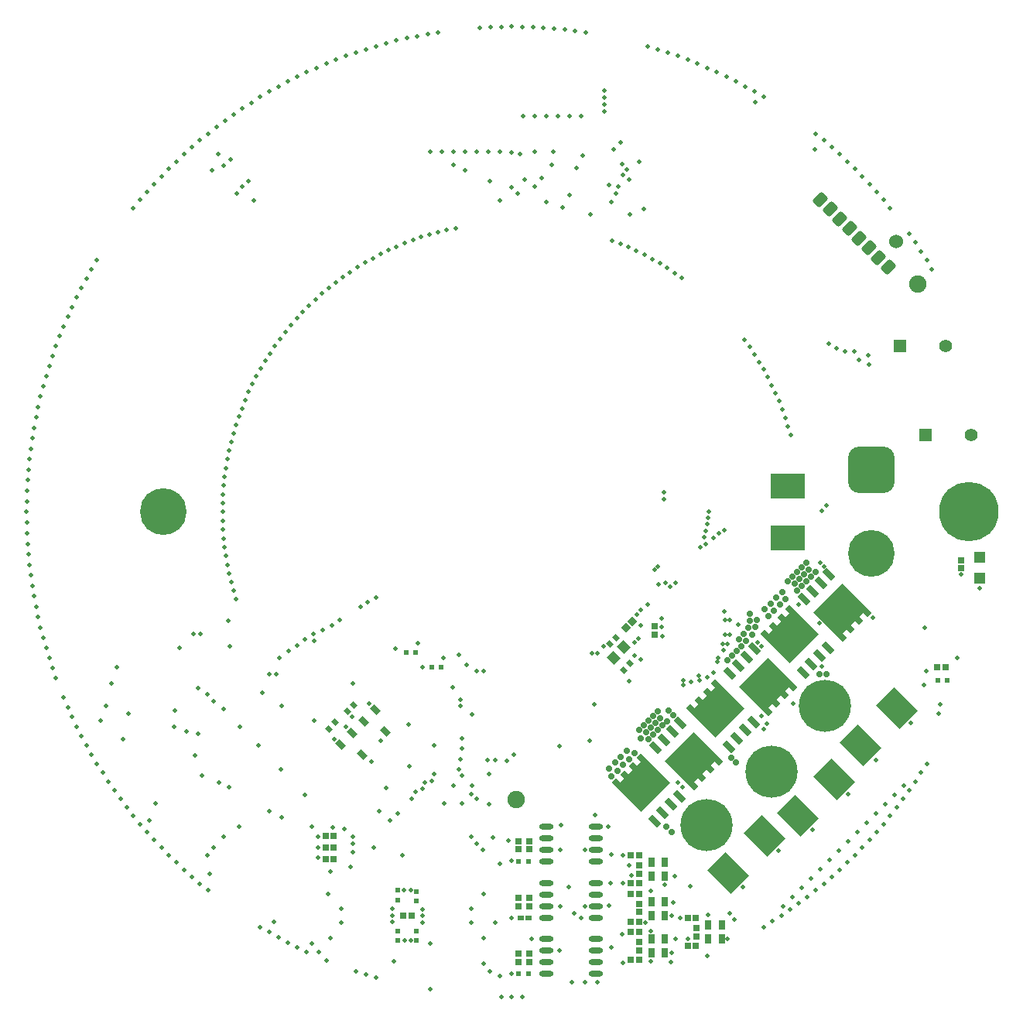
<source format=gbs>
G04*
G04 #@! TF.GenerationSoftware,Altium Limited,Altium Designer,24.1.2 (44)*
G04*
G04 Layer_Color=16711935*
%FSLAX44Y44*%
%MOMM*%
G71*
G04*
G04 #@! TF.SameCoordinates,C067CD15-9508-4875-9725-B3D5D2F0FA69*
G04*
G04*
G04 #@! TF.FilePolarity,Negative*
G04*
G01*
G75*
%ADD72R,0.6000X0.5750*%
%ADD81R,0.7500X1.0000*%
G04:AMPARAMS|DCode=90|XSize=1.1mm|YSize=1.05mm|CornerRadius=0mm|HoleSize=0mm|Usage=FLASHONLY|Rotation=135.000|XOffset=0mm|YOffset=0mm|HoleType=Round|Shape=Rectangle|*
%AMROTATEDRECTD90*
4,1,4,0.7601,-0.0177,0.0177,-0.7601,-0.7601,0.0177,-0.0177,0.7601,0.7601,-0.0177,0.0*
%
%ADD90ROTATEDRECTD90*%

%ADD91R,0.7200X0.7200*%
%ADD95P,1.0182X4X180.0*%
%ADD96R,0.7200X0.7200*%
%ADD99R,0.5750X0.6000*%
%ADD100R,1.2500X1.2500*%
G04:AMPARAMS|DCode=102|XSize=0.6mm|YSize=0.575mm|CornerRadius=0mm|HoleSize=0mm|Usage=FLASHONLY|Rotation=315.000|XOffset=0mm|YOffset=0mm|HoleType=Round|Shape=Rectangle|*
%AMROTATEDRECTD102*
4,1,4,-0.4154,0.0088,-0.0088,0.4154,0.4154,-0.0088,0.0088,-0.4154,-0.4154,0.0088,0.0*
%
%ADD102ROTATEDRECTD102*%

%ADD105C,5.1016*%
G04:AMPARAMS|DCode=106|XSize=5.1016mm|YSize=5.1016mm|CornerRadius=1.3008mm|HoleSize=0mm|Usage=FLASHONLY|Rotation=0.000|XOffset=0mm|YOffset=0mm|HoleType=Round|Shape=RoundedRectangle|*
%AMROUNDEDRECTD106*
21,1,5.1016,2.5000,0,0,0.0*
21,1,2.5000,5.1016,0,0,0.0*
1,1,2.6016,1.2500,-1.2500*
1,1,2.6016,-1.2500,-1.2500*
1,1,2.6016,-1.2500,1.2500*
1,1,2.6016,1.2500,1.2500*
%
%ADD106ROUNDEDRECTD106*%
%ADD107C,1.4000*%
%ADD108R,1.4000X1.4000*%
%ADD109C,6.5000*%
%ADD111C,5.7016*%
%ADD112C,1.5240*%
%ADD113C,1.9050*%
G04:AMPARAMS|DCode=114|XSize=1.143mm|YSize=1.524mm|CornerRadius=0.2858mm|HoleSize=0mm|Usage=FLASHONLY|Rotation=135.000|XOffset=0mm|YOffset=0mm|HoleType=Round|Shape=RoundedRectangle|*
%AMROUNDEDRECTD114*
21,1,1.1430,0.9525,0,0,135.0*
21,1,0.5715,1.5240,0,0,135.0*
1,1,0.5715,0.1347,0.5388*
1,1,0.5715,0.5388,0.1347*
1,1,0.5715,-0.1347,-0.5388*
1,1,0.5715,-0.5388,-0.1347*
%
%ADD114ROUNDEDRECTD114*%
%ADD115C,0.5080*%
%ADD116C,0.7112*%
%ADD142R,0.7000X0.6000*%
%ADD143O,1.5500X0.6000*%
G04:AMPARAMS|DCode=144|XSize=0.71mm|YSize=1.372mm|CornerRadius=0mm|HoleSize=0mm|Usage=FLASHONLY|Rotation=225.000|XOffset=0mm|YOffset=0mm|HoleType=Round|Shape=Rectangle|*
%AMROTATEDRECTD144*
4,1,4,-0.2341,0.7361,0.7361,-0.2341,0.2341,-0.7361,-0.7361,0.2341,-0.2341,0.7361,0.0*
%
%ADD144ROTATEDRECTD144*%

G04:AMPARAMS|DCode=145|XSize=4.52mm|YSize=3.85mm|CornerRadius=0mm|HoleSize=0mm|Usage=FLASHONLY|Rotation=225.000|XOffset=0mm|YOffset=0mm|HoleType=Round|Shape=Rectangle|*
%AMROTATEDRECTD145*
4,1,4,0.2369,2.9592,2.9592,0.2369,-0.2369,-2.9592,-2.9592,-0.2369,0.2369,2.9592,0.0*
%
%ADD145ROTATEDRECTD145*%

G04:AMPARAMS|DCode=146|XSize=0.6mm|YSize=1mm|CornerRadius=0mm|HoleSize=0mm|Usage=FLASHONLY|Rotation=225.000|XOffset=0mm|YOffset=0mm|HoleType=Round|Shape=Rectangle|*
%AMROTATEDRECTD146*
4,1,4,-0.1414,0.5657,0.5657,-0.1414,0.1414,-0.5657,-0.5657,0.1414,-0.1414,0.5657,0.0*
%
%ADD146ROTATEDRECTD146*%

%ADD147R,0.5500X0.5500*%
%ADD150R,3.7000X2.8000*%
G04:AMPARAMS|DCode=151|XSize=2.8mm|YSize=3.7mm|CornerRadius=0mm|HoleSize=0mm|Usage=FLASHONLY|Rotation=225.000|XOffset=0mm|YOffset=0mm|HoleType=Round|Shape=Rectangle|*
%AMROTATEDRECTD151*
4,1,4,-0.3182,2.2981,2.2981,-0.3182,0.3182,-2.2981,-2.2981,0.3182,-0.3182,2.2981,0.0*
%
%ADD151ROTATEDRECTD151*%

D72*
X-124460Y-468675D02*
D03*
Y-458425D02*
D03*
Y-413975D02*
D03*
Y-424225D02*
D03*
X-104140Y-468675D02*
D03*
Y-458425D02*
D03*
Y-415245D02*
D03*
Y-425495D02*
D03*
D81*
X167270Y-398780D02*
D03*
X152770D02*
D03*
X167270Y-383540D02*
D03*
X152770D02*
D03*
X229500Y-467360D02*
D03*
X215000D02*
D03*
X229500Y-452120D02*
D03*
X215000D02*
D03*
X167270Y-441960D02*
D03*
X152770D02*
D03*
X167270Y-426720D02*
D03*
X152770D02*
D03*
X167270Y-482600D02*
D03*
X152770D02*
D03*
X167270Y-467360D02*
D03*
X152770D02*
D03*
D90*
X122497Y-148013D02*
D03*
X111183Y-159327D02*
D03*
D91*
X465400Y-170180D02*
D03*
X474400D02*
D03*
X-194890Y-354330D02*
D03*
X-203890D02*
D03*
X-194890Y-367030D02*
D03*
X-203890D02*
D03*
X-194890Y-379730D02*
D03*
X-203890D02*
D03*
X130120Y-406400D02*
D03*
X139120D02*
D03*
X-109800Y-441960D02*
D03*
X-118800D02*
D03*
X139120Y-375920D02*
D03*
X130120D02*
D03*
X192350Y-474980D02*
D03*
X201350D02*
D03*
X130120Y-448310D02*
D03*
X139120D02*
D03*
X201350Y-444500D02*
D03*
X192350D02*
D03*
X139120Y-417830D02*
D03*
X130120D02*
D03*
Y-490220D02*
D03*
X139120D02*
D03*
Y-459740D02*
D03*
X130120D02*
D03*
D95*
X131452Y-120008D02*
D03*
X125088Y-126372D02*
D03*
D96*
X491490Y-61650D02*
D03*
Y-52650D02*
D03*
X156210Y-125040D02*
D03*
Y-134040D02*
D03*
X19050Y-483180D02*
D03*
Y-492180D02*
D03*
Y-422220D02*
D03*
Y-431220D02*
D03*
Y-359990D02*
D03*
Y-368990D02*
D03*
X7620Y-483180D02*
D03*
Y-492180D02*
D03*
Y-422220D02*
D03*
Y-431220D02*
D03*
Y-359990D02*
D03*
Y-368990D02*
D03*
X139700Y-395660D02*
D03*
Y-386660D02*
D03*
X201930Y-464240D02*
D03*
Y-455240D02*
D03*
X139700Y-437570D02*
D03*
Y-428570D02*
D03*
Y-479480D02*
D03*
Y-470480D02*
D03*
D99*
X466045Y-184150D02*
D03*
X476295D02*
D03*
X17825Y-505460D02*
D03*
X7575D02*
D03*
X17825Y-382270D02*
D03*
X7575D02*
D03*
D100*
X511810Y-72710D02*
D03*
Y-49210D02*
D03*
D102*
X106866Y-144594D02*
D03*
X114114Y-137346D02*
D03*
X122106Y-172879D02*
D03*
X129354Y-165631D02*
D03*
X-193226Y-230056D02*
D03*
X-200474Y-237304D02*
D03*
X-172906Y-211006D02*
D03*
X-180154Y-218254D02*
D03*
D105*
X393700Y-45720D02*
D03*
X-381000Y0D02*
D03*
D106*
X393700Y45720D02*
D03*
D107*
X502520Y83820D02*
D03*
X474580Y181610D02*
D03*
D108*
X452520Y83820D02*
D03*
X424580Y181610D02*
D03*
D109*
X500000Y0D02*
D03*
D111*
X284480Y-284480D02*
D03*
X213360Y-342900D02*
D03*
X342900Y-212090D02*
D03*
D112*
X420370Y295910D02*
D03*
D113*
X444500Y248920D02*
D03*
X5080Y-314960D02*
D03*
D114*
X369347Y310103D02*
D03*
X358740Y320710D02*
D03*
X348134Y331316D02*
D03*
X379953Y299497D02*
D03*
X390560Y288890D02*
D03*
X337527Y341923D02*
D03*
X401166Y278284D02*
D03*
X411773Y267677D02*
D03*
D115*
X212396Y-34875D02*
D03*
X206516Y-38876D02*
D03*
X232574Y-19812D02*
D03*
X226234Y-23034D02*
D03*
X220519Y-28749D02*
D03*
X266700Y448310D02*
D03*
X331470Y396240D02*
D03*
X-260350Y-448310D02*
D03*
X-330200Y-396240D02*
D03*
X307390Y-209295D02*
D03*
X101600Y461010D02*
D03*
X52070Y-480060D02*
D03*
X76200Y-444500D02*
D03*
X80010Y-369570D02*
D03*
Y-431800D02*
D03*
X453390Y-173990D02*
D03*
X467360Y-220980D02*
D03*
X450850Y-189230D02*
D03*
X453839Y-275396D02*
D03*
X447723Y-285231D02*
D03*
X428109Y-313903D02*
D03*
X419100Y-309880D02*
D03*
X421160Y-323167D02*
D03*
X408940Y-320040D02*
D03*
X388620Y-340360D02*
D03*
X378460Y-350520D02*
D03*
X327660Y-401320D02*
D03*
X294930Y-441394D02*
D03*
X285231Y-447723D02*
D03*
X213802Y-485902D02*
D03*
X0Y-381647D02*
D03*
X62230Y-410464D02*
D03*
X-12700Y-384810D02*
D03*
X186690Y-300990D02*
D03*
X181610Y-295910D02*
D03*
X275590Y-237490D02*
D03*
X278782Y-231336D02*
D03*
X339090Y-168910D02*
D03*
X394970Y-115570D02*
D03*
X389890Y171450D02*
D03*
X391160Y161290D02*
D03*
X379730Y166370D02*
D03*
X374650Y175260D02*
D03*
X364490D02*
D03*
X355600Y179070D02*
D03*
X346710Y184150D02*
D03*
X344422Y7368D02*
D03*
X338707Y1653D02*
D03*
X511810Y-83820D02*
D03*
X491490Y-68580D02*
D03*
X487680Y-160020D02*
D03*
X452120Y-127000D02*
D03*
X468359Y-210820D02*
D03*
X-307340Y385318D02*
D03*
X-63500Y379730D02*
D03*
X-314960Y379222D02*
D03*
X-321310Y391160D02*
D03*
X-443738Y-212090D02*
D03*
X-251460D02*
D03*
X-50800Y373380D02*
D03*
X-327660D02*
D03*
X-50800Y393700D02*
D03*
X-63500D02*
D03*
X-76200D02*
D03*
X-88900D02*
D03*
X101600Y438150D02*
D03*
Y445770D02*
D03*
Y453390D02*
D03*
X57793Y527705D02*
D03*
X160020Y-59690D02*
D03*
X156210Y-63500D02*
D03*
X166370Y13970D02*
D03*
Y21590D02*
D03*
X160822Y-78925D02*
D03*
X167737Y-77263D02*
D03*
X173325Y-81662D02*
D03*
X179070Y-77470D02*
D03*
X141173Y-106734D02*
D03*
X136633Y-112292D02*
D03*
X-58081Y-155847D02*
D03*
X-57822Y-281773D02*
D03*
X268609Y-142528D02*
D03*
X341688Y-59290D02*
D03*
X-55880Y-205740D02*
D03*
X127868Y-185092D02*
D03*
X447723Y285231D02*
D03*
X86360Y325882D02*
D03*
X55880Y333502D02*
D03*
X163830Y-125730D02*
D03*
Y-116840D02*
D03*
X297180Y-431800D02*
D03*
X429260Y-299720D02*
D03*
X398780Y-330200D02*
D03*
X368300Y-360680D02*
D03*
X358140Y-370840D02*
D03*
X347980Y-381000D02*
D03*
X337820Y-391160D02*
D03*
X317500Y-411480D02*
D03*
X307340Y-421640D02*
D03*
X-254385Y-159509D02*
D03*
X-243840Y-152400D02*
D03*
X-234950Y-146050D02*
D03*
X-226060Y-139700D02*
D03*
X-148590Y-93980D02*
D03*
X-157480Y-99060D02*
D03*
X-165100Y-104140D02*
D03*
X-187960Y-118110D02*
D03*
X-196850Y-124460D02*
D03*
X-207010Y-129540D02*
D03*
X-217170Y-133350D02*
D03*
X-301836Y-95169D02*
D03*
X-304602Y-85907D02*
D03*
X-307083Y-76564D02*
D03*
X-309278Y-67151D02*
D03*
X-311184Y-57675D02*
D03*
X-312801Y-48145D02*
D03*
X-314125Y-38570D02*
D03*
X-315156Y-28959D02*
D03*
X-315894Y-19321D02*
D03*
X-316336Y-9665D02*
D03*
X304974Y84577D02*
D03*
X302248Y93851D02*
D03*
X299242Y103037D02*
D03*
X295955Y112127D02*
D03*
X292393Y121113D02*
D03*
X288558Y129986D02*
D03*
X284454Y138737D02*
D03*
X280084Y147360D02*
D03*
X275454Y155844D02*
D03*
X270566Y164183D02*
D03*
X265426Y172369D02*
D03*
X260038Y180395D02*
D03*
X254408Y188252D02*
D03*
X186025Y256041D02*
D03*
X178119Y261602D02*
D03*
X170047Y266920D02*
D03*
X161816Y271988D02*
D03*
X153434Y276803D02*
D03*
X144910Y281360D02*
D03*
X136250Y285654D02*
D03*
X127463Y289681D02*
D03*
X118557Y293439D02*
D03*
X109541Y296922D02*
D03*
X-61743Y310403D02*
D03*
X-71193Y308372D02*
D03*
X-80577Y306055D02*
D03*
X-89886Y303451D02*
D03*
X-99111Y300565D02*
D03*
X-108244Y297398D02*
D03*
X-117275Y293953D02*
D03*
X-126198Y290235D02*
D03*
X-135002Y286246D02*
D03*
X-143681Y281989D02*
D03*
X-152225Y277470D02*
D03*
X-160628Y272692D02*
D03*
X-168881Y267659D02*
D03*
X-176976Y262377D02*
D03*
X-184906Y256850D02*
D03*
X-192663Y251084D02*
D03*
X-200241Y245083D02*
D03*
X-207632Y238853D02*
D03*
X-214830Y232401D02*
D03*
X-221827Y225732D02*
D03*
X-228617Y218853D02*
D03*
X-235194Y211769D02*
D03*
X-241551Y204488D02*
D03*
X-247683Y197016D02*
D03*
X-253584Y189360D02*
D03*
X-259249Y181528D02*
D03*
X-264671Y173526D02*
D03*
X-269847Y165362D02*
D03*
X-274771Y157045D02*
D03*
X-279439Y148580D02*
D03*
X-283846Y139977D02*
D03*
X-287988Y131244D02*
D03*
X-291862Y122388D02*
D03*
X-295463Y113418D02*
D03*
X-298789Y104342D02*
D03*
X-301836Y95169D02*
D03*
X-304602Y85907D02*
D03*
X-307083Y76564D02*
D03*
X-309278Y67151D02*
D03*
X-311184Y57675D02*
D03*
X-312801Y48145D02*
D03*
X-314125Y38570D02*
D03*
X-315156Y28959D02*
D03*
X-315894Y19321D02*
D03*
X-316336Y9665D02*
D03*
X-316484Y0D02*
D03*
X235571Y-466565D02*
D03*
X-530733Y11581D02*
D03*
X-530355Y23156D02*
D03*
X-529723Y34720D02*
D03*
X-528840Y46267D02*
D03*
X-527705Y57793D02*
D03*
X-526318Y69291D02*
D03*
X-524681Y80756D02*
D03*
X-522795Y92183D02*
D03*
X-520659Y103566D02*
D03*
X-518276Y114899D02*
D03*
X-515647Y126178D02*
D03*
X-512771Y137397D02*
D03*
X-509652Y148550D02*
D03*
X-506290Y159633D02*
D03*
X-502687Y170639D02*
D03*
X-498845Y181565D02*
D03*
X-494766Y192404D02*
D03*
X-490451Y203151D02*
D03*
X-485902Y213802D02*
D03*
X-481122Y224351D02*
D03*
X-476114Y234793D02*
D03*
X-470878Y245124D02*
D03*
X-465419Y255338D02*
D03*
X-459738Y265430D02*
D03*
X-453838Y275396D02*
D03*
X-414009Y332278D02*
D03*
X-406662Y341230D02*
D03*
X-399122Y350020D02*
D03*
X-391391Y358644D02*
D03*
X-383474Y367096D02*
D03*
X-375374Y375375D02*
D03*
X-367096Y383474D02*
D03*
X-358644Y391391D02*
D03*
X-350020Y399122D02*
D03*
X-341230Y406662D02*
D03*
X-332278Y414009D02*
D03*
X-323167Y421160D02*
D03*
X-313902Y428109D02*
D03*
X-304489Y434855D02*
D03*
X-294930Y441394D02*
D03*
X-285231Y447723D02*
D03*
X-275396Y453838D02*
D03*
X-265430Y459738D02*
D03*
X-255338Y465419D02*
D03*
X-245124Y470878D02*
D03*
X-234793Y476114D02*
D03*
X-224351Y481122D02*
D03*
X-213802Y485902D02*
D03*
X-203151Y490451D02*
D03*
X-192404Y494766D02*
D03*
X-181565Y498845D02*
D03*
X-170639Y502687D02*
D03*
X-159633Y506290D02*
D03*
X-148550Y509652D02*
D03*
X-137397Y512771D02*
D03*
X-126178Y515647D02*
D03*
X-114899Y518276D02*
D03*
X-103566Y520659D02*
D03*
X-92183Y522795D02*
D03*
X-80756Y524681D02*
D03*
X-34720Y529723D02*
D03*
X-23156Y530355D02*
D03*
X-11581Y530733D02*
D03*
X0Y530860D02*
D03*
X11581Y530733D02*
D03*
X23156Y530355D02*
D03*
X34720Y529723D02*
D03*
X46268Y528840D02*
D03*
X69291Y526318D02*
D03*
X80756Y524681D02*
D03*
X148550Y509652D02*
D03*
X159633Y506290D02*
D03*
X170639Y502687D02*
D03*
X181565Y498845D02*
D03*
X192404Y494766D02*
D03*
X203151Y490451D02*
D03*
X213802Y485902D02*
D03*
X224351Y481122D02*
D03*
X234793Y476114D02*
D03*
X245124Y470878D02*
D03*
X255338Y465419D02*
D03*
X265430Y459738D02*
D03*
X275396Y453838D02*
D03*
X332278Y414009D02*
D03*
X341230Y406662D02*
D03*
X350020Y399122D02*
D03*
X358644Y391391D02*
D03*
X367097Y383474D02*
D03*
X375375Y375375D02*
D03*
X383474Y367096D02*
D03*
X391391Y358644D02*
D03*
X399122Y350020D02*
D03*
X406662Y341230D02*
D03*
X414010Y332278D02*
D03*
X434855Y304489D02*
D03*
X441394Y294930D02*
D03*
X453839Y275396D02*
D03*
X459738Y265430D02*
D03*
X441394Y-294930D02*
D03*
X434855Y-304489D02*
D03*
X414010Y-332278D02*
D03*
X406662Y-341230D02*
D03*
X399122Y-350020D02*
D03*
X391391Y-358644D02*
D03*
X383474Y-367097D02*
D03*
X375375Y-375375D02*
D03*
X367097Y-383474D02*
D03*
X358644Y-391391D02*
D03*
X350020Y-399122D02*
D03*
X341230Y-406662D02*
D03*
X332278Y-414010D02*
D03*
X323167Y-421160D02*
D03*
X313903Y-428109D02*
D03*
X304489Y-434855D02*
D03*
X275396Y-453839D02*
D03*
X11581Y-530734D02*
D03*
X0Y-530860D02*
D03*
X-11581Y-530734D02*
D03*
X-148550Y-509652D02*
D03*
X-159633Y-506290D02*
D03*
X-170639Y-502687D02*
D03*
X-203151Y-490451D02*
D03*
X-224351Y-481123D02*
D03*
X-234793Y-476114D02*
D03*
X-245124Y-470879D02*
D03*
X-255338Y-465419D02*
D03*
X-265430Y-459738D02*
D03*
X-275396Y-453839D02*
D03*
X-332278Y-414010D02*
D03*
X-341230Y-406662D02*
D03*
X-350020Y-399122D02*
D03*
X-358644Y-391391D02*
D03*
X-367097Y-383474D02*
D03*
X-375375Y-375375D02*
D03*
X-383474Y-367097D02*
D03*
X-391391Y-358644D02*
D03*
X-399122Y-350020D02*
D03*
X-406662Y-341230D02*
D03*
X-414010Y-332278D02*
D03*
X-421160Y-323167D02*
D03*
X-428109Y-313903D02*
D03*
X-434855Y-304489D02*
D03*
X-441394Y-294930D02*
D03*
X-447723Y-285231D02*
D03*
X-453839Y-275396D02*
D03*
X-459738Y-265430D02*
D03*
X-465419Y-255338D02*
D03*
X-470879Y-245124D02*
D03*
X-476114Y-234793D02*
D03*
X-481123Y-224351D02*
D03*
X-485902Y-213802D02*
D03*
X-490451Y-203151D02*
D03*
X-498845Y-181565D02*
D03*
X-502687Y-170639D02*
D03*
X-506290Y-159633D02*
D03*
X-509652Y-148550D02*
D03*
X-512771Y-137397D02*
D03*
X-515647Y-126178D02*
D03*
X-518276Y-114899D02*
D03*
X-520660Y-103566D02*
D03*
X-522795Y-92183D02*
D03*
X-524682Y-80756D02*
D03*
X-526318Y-69291D02*
D03*
X-527705Y-57793D02*
D03*
X-528840Y-46267D02*
D03*
X-529723Y-34720D02*
D03*
X-530355Y-23156D02*
D03*
X-530734Y-11581D02*
D03*
X-530860Y0D02*
D03*
X243840Y-445770D02*
D03*
X238760Y-439420D02*
D03*
X106680Y-430530D02*
D03*
X176530Y-427482D02*
D03*
X214630Y-440690D02*
D03*
X398780Y-271780D02*
D03*
X368300Y-308610D02*
D03*
X175260Y-482600D02*
D03*
X-347980Y-133350D02*
D03*
X-340360D02*
D03*
X-309880Y-119380D02*
D03*
X-308610Y-147320D02*
D03*
X-363220Y-148590D02*
D03*
X-368300Y-217170D02*
D03*
X-342900Y-193040D02*
D03*
X-251460Y-334010D02*
D03*
X-226060Y-309880D02*
D03*
X-64770Y-191770D02*
D03*
X-30480Y-173990D02*
D03*
X-38100D02*
D03*
X-26670Y-271780D02*
D03*
X-17780D02*
D03*
X-20955Y-356220D02*
D03*
X2540Y-265430D02*
D03*
X-3810Y-359268D02*
D03*
X-5080Y-272492D02*
D03*
X80010Y-514350D02*
D03*
X121239Y-493344D02*
D03*
X68580Y-439420D02*
D03*
X53340Y-431800D02*
D03*
Y-369570D02*
D03*
X53519Y-342686D02*
D03*
X109220Y-374650D02*
D03*
X90170Y-210820D02*
D03*
X85090Y-250190D02*
D03*
X-24678Y-287020D02*
D03*
X52070Y-256540D02*
D03*
X-265430Y-177800D02*
D03*
X-257810Y-177800D02*
D03*
X-55880Y-212090D02*
D03*
X-49530Y-167640D02*
D03*
X-43235Y-221720D02*
D03*
X-273050Y-198120D02*
D03*
X-276860Y-255270D02*
D03*
X-54610Y-318770D02*
D03*
X-63500Y-299720D02*
D03*
X-89139Y-522230D02*
D03*
X-346710Y-266700D02*
D03*
X195439Y-409398D02*
D03*
X-342900Y-242909D02*
D03*
X-355600Y-240030D02*
D03*
X-369570Y-234950D02*
D03*
X-309372Y-300990D02*
D03*
X-320802Y-295910D02*
D03*
X-339090Y-288290D02*
D03*
X-24130Y-502920D02*
D03*
X-12700Y-507238D02*
D03*
X0Y-505126D02*
D03*
X93980Y-514350D02*
D03*
X66040D02*
D03*
X-97790Y-434848D02*
D03*
Y-441960D02*
D03*
Y-449580D02*
D03*
X-88900Y-472440D02*
D03*
X-210820Y-481330D02*
D03*
X0Y-444120D02*
D03*
X-151130Y-367030D02*
D03*
X-133350Y-337820D02*
D03*
X-144780Y-327660D02*
D03*
X-137160Y-302260D02*
D03*
X-143510Y-250190D02*
D03*
X-297180Y-234950D02*
D03*
X-119380Y-375920D02*
D03*
X-109220Y-313690D02*
D03*
X-85090Y-287020D02*
D03*
X-252730Y-281940D02*
D03*
X-332740Y-375920D02*
D03*
X-326390Y-367030D02*
D03*
X-332740Y-199390D02*
D03*
X-314960Y-355600D02*
D03*
X-326390Y-207010D02*
D03*
X-314960Y-215900D02*
D03*
X-195580Y-345440D02*
D03*
X-212090Y-355600D02*
D03*
Y-367030D02*
D03*
Y-378460D02*
D03*
X-116840Y-468630D02*
D03*
X-198120Y-466090D02*
D03*
X-218440Y-472440D02*
D03*
Y-344170D02*
D03*
X-182880Y-346710D02*
D03*
X-174244Y-355600D02*
D03*
X-298450Y-344170D02*
D03*
X-265430Y-327660D02*
D03*
X-128960Y-491420D02*
D03*
X0Y355329D02*
D03*
X-12700Y340360D02*
D03*
X6350Y347980D02*
D03*
X-281940Y340360D02*
D03*
X-389890Y-318770D02*
D03*
X-24130Y361950D02*
D03*
X-288290D02*
D03*
X-396240Y-337820D02*
D03*
X-73660Y-318770D02*
D03*
X-12700Y393700D02*
D03*
X8890Y391160D02*
D03*
X25400Y355600D02*
D03*
X-294640D02*
D03*
X-419100Y-220980D02*
D03*
X0Y392921D02*
D03*
X-25400Y393700D02*
D03*
X-300990Y347980D02*
D03*
X-425450Y-248920D02*
D03*
X-38100Y393700D02*
D03*
X-432054Y-170180D02*
D03*
X-437896Y-187960D02*
D03*
X-449580Y-228600D02*
D03*
X-173990Y-187960D02*
D03*
X-215900Y-140970D02*
D03*
Y-228600D02*
D03*
X-74930Y-160020D02*
D03*
X-97790Y-170180D02*
D03*
X-102870Y-143510D02*
D03*
X-127000Y-149860D02*
D03*
X-174574Y-224104D02*
D03*
X-194198Y-248497D02*
D03*
X-156210Y-209550D02*
D03*
X-181610Y-234950D02*
D03*
X-113030Y-232410D02*
D03*
X-153670Y-273050D02*
D03*
X-24591Y-319278D02*
D03*
X-31750Y-369570D02*
D03*
X-173990Y-372110D02*
D03*
X-38100Y-313690D02*
D03*
Y-363220D02*
D03*
X-44450Y-308610D02*
D03*
Y-355600D02*
D03*
X-173990Y-363220D02*
D03*
X13970Y363220D02*
D03*
X63500Y346710D02*
D03*
X129489Y325207D02*
D03*
X144780Y331470D02*
D03*
X32440Y365252D02*
D03*
X106448Y358088D02*
D03*
X128270Y363220D02*
D03*
X121519Y368653D02*
D03*
X125575Y374495D02*
D03*
X138891Y382731D02*
D03*
X25400Y394462D02*
D03*
X179070Y-467360D02*
D03*
X119380Y403860D02*
D03*
X43688Y379730D02*
D03*
X45720Y393700D02*
D03*
X111760Y396240D02*
D03*
X77470Y389890D02*
D03*
X120650Y380238D02*
D03*
X70612Y375920D02*
D03*
X210820Y-27940D02*
D03*
X212245Y-20512D02*
D03*
X213498Y-13511D02*
D03*
X214752Y-6511D02*
D03*
X215900Y508D02*
D03*
X116840Y355600D02*
D03*
X114300Y347980D02*
D03*
X38100Y339090D02*
D03*
X109220D02*
D03*
X76200Y433070D02*
D03*
X63500D02*
D03*
X50800D02*
D03*
X38100D02*
D03*
X25400D02*
D03*
X12700D02*
D03*
X-110490Y-468630D02*
D03*
Y-414020D02*
D03*
X-118110D02*
D03*
X-198120Y-393700D02*
D03*
X91440Y-331470D02*
D03*
X173990Y-492760D02*
D03*
X192350Y-466990D02*
D03*
X184360Y-444500D02*
D03*
X-176530Y-388620D02*
D03*
X-17780Y-449580D02*
D03*
X-30480Y-494030D02*
D03*
Y-466090D02*
D03*
X-44450Y-449580D02*
D03*
Y-434340D02*
D03*
X-30480Y-417830D02*
D03*
X-200660D02*
D03*
X-186690Y-434340D02*
D03*
Y-449580D02*
D03*
X-130810Y-434086D02*
D03*
Y-441198D02*
D03*
Y-448310D02*
D03*
X152400Y-414274D02*
D03*
X130810Y-397510D02*
D03*
X128270Y-386640D02*
D03*
X146050Y-449580D02*
D03*
X152400Y-458470D02*
D03*
Y-491490D02*
D03*
X120650Y-462280D02*
D03*
X121920Y-375920D02*
D03*
X21590Y-467360D02*
D03*
X109220Y-476250D02*
D03*
X107950Y-406400D02*
D03*
X175260Y-441960D02*
D03*
X121920Y-406400D02*
D03*
X167640Y-407670D02*
D03*
X178140Y-398780D02*
D03*
X105410Y-344170D02*
D03*
X-43180Y-299720D02*
D03*
X-85090Y-255270D02*
D03*
X-111760Y-278130D02*
D03*
X-87630Y-294640D02*
D03*
X-124460Y-330200D02*
D03*
X-97891Y-302513D02*
D03*
X-54610Y-247650D02*
D03*
X-105410Y-306070D02*
D03*
X-95250Y-295910D02*
D03*
X-55880Y-270510D02*
D03*
X-54610Y-288290D02*
D03*
Y-259080D02*
D03*
X436880Y-231140D02*
D03*
X328930Y-347980D02*
D03*
X292100Y-370840D02*
D03*
X252730Y-410210D02*
D03*
X87630Y-154940D02*
D03*
X93980D02*
D03*
X100330Y-147320D02*
D03*
X134620Y-157480D02*
D03*
X140970Y-161290D02*
D03*
X134383Y-142477D02*
D03*
X138430Y-138430D02*
D03*
X140803Y-123708D02*
D03*
X148590Y-101600D02*
D03*
X165100Y-135890D02*
D03*
X187960Y-184150D02*
D03*
Y-189230D02*
D03*
X273050Y-223520D02*
D03*
X336550Y-121920D02*
D03*
X314104Y-101186D02*
D03*
X337820Y-55880D02*
D03*
X195703Y-185725D02*
D03*
X205740Y-184150D02*
D03*
X204470Y-179070D02*
D03*
X214014Y-180994D02*
D03*
X220353Y-175847D02*
D03*
X224452Y-164168D02*
D03*
X225676Y-159232D02*
D03*
X232001Y-151281D02*
D03*
X236220Y-144780D02*
D03*
X230467Y-144259D02*
D03*
X247650Y-123190D02*
D03*
X238760Y-134620D02*
D03*
X233680D02*
D03*
X232664Y-109220D02*
D03*
X233680Y-118110D02*
D03*
X238760D02*
D03*
X273050Y-147320D02*
D03*
D116*
X240030Y-269240D02*
D03*
X245110Y-274320D02*
D03*
X171167Y-217453D02*
D03*
X169778Y-228994D02*
D03*
X176305Y-222590D02*
D03*
X162560Y-226060D02*
D03*
X160020Y-218440D02*
D03*
X295910Y-87630D02*
D03*
X289560Y-93980D02*
D03*
X283210Y-100330D02*
D03*
X276860Y-106680D02*
D03*
X106680Y-280670D02*
D03*
X113030Y-274320D02*
D03*
X119380Y-267970D02*
D03*
X125730Y-261620D02*
D03*
X280670Y-114300D02*
D03*
X287020Y-107950D02*
D03*
X293370Y-101600D02*
D03*
X299720Y-95250D02*
D03*
X232410Y-227076D02*
D03*
X224790Y-233680D02*
D03*
X218440Y-227330D02*
D03*
X140701Y-247919D02*
D03*
X267970Y-118110D02*
D03*
X260350Y-111760D02*
D03*
Y-119380D02*
D03*
X259080Y-127000D02*
D03*
X248920Y-139700D02*
D03*
X236220Y-162560D02*
D03*
X262890Y-134620D02*
D03*
X266700Y-125730D02*
D03*
X254000Y-133350D02*
D03*
X256540Y-140970D02*
D03*
X241300Y-157480D02*
D03*
X246380Y-152400D02*
D03*
X251460Y-147320D02*
D03*
X309880Y-78740D02*
D03*
X314960Y-73660D02*
D03*
X320040Y-68580D02*
D03*
X317500Y-81280D02*
D03*
X312420Y-86360D02*
D03*
X322580Y-76200D02*
D03*
X327660Y-71120D02*
D03*
X325120Y-63500D02*
D03*
X307340Y-71120D02*
D03*
X312420Y-66040D02*
D03*
X317500Y-60960D02*
D03*
X302260Y-76200D02*
D03*
X322580Y-55880D02*
D03*
X332740Y-66040D02*
D03*
X139700Y-238760D02*
D03*
X154940Y-223520D02*
D03*
X149860Y-228600D02*
D03*
X144780Y-233680D02*
D03*
X165100D02*
D03*
X160020Y-238760D02*
D03*
X149860Y-248920D02*
D03*
X154940Y-243840D02*
D03*
X157480Y-231140D02*
D03*
X152400Y-236220D02*
D03*
X147320Y-241300D02*
D03*
X134620Y-264160D02*
D03*
X128270Y-270510D02*
D03*
X121920Y-276860D02*
D03*
X115570Y-283210D02*
D03*
X109220Y-289560D02*
D03*
X175260Y-350520D02*
D03*
X168910Y-344170D02*
D03*
X344170Y-177800D02*
D03*
X336550D02*
D03*
D142*
X9470Y-444500D02*
D03*
X18470D02*
D03*
D143*
X37770Y-344170D02*
D03*
Y-356870D02*
D03*
Y-369570D02*
D03*
Y-382270D02*
D03*
X91770D02*
D03*
Y-369570D02*
D03*
Y-356870D02*
D03*
Y-344170D02*
D03*
X37770Y-406400D02*
D03*
Y-419100D02*
D03*
Y-431800D02*
D03*
Y-444500D02*
D03*
X91770D02*
D03*
Y-431800D02*
D03*
Y-419100D02*
D03*
Y-406400D02*
D03*
X37770Y-467360D02*
D03*
Y-480060D02*
D03*
Y-492760D02*
D03*
Y-505460D02*
D03*
X91770D02*
D03*
Y-492760D02*
D03*
Y-480060D02*
D03*
Y-467360D02*
D03*
D144*
X157443Y-258043D02*
D03*
X166423Y-249063D02*
D03*
X175403Y-240083D02*
D03*
X184384Y-231103D02*
D03*
X196616Y-297217D02*
D03*
X205597Y-288237D02*
D03*
X214577Y-279257D02*
D03*
X223557Y-270277D02*
D03*
X345477Y-148357D02*
D03*
X336497Y-157337D02*
D03*
X327517Y-166317D02*
D03*
X318536Y-175297D02*
D03*
X306304Y-109183D02*
D03*
X297323Y-118163D02*
D03*
X288343Y-127143D02*
D03*
X279363Y-136124D02*
D03*
X264197Y-229636D02*
D03*
X255217Y-238617D02*
D03*
X246237Y-247597D02*
D03*
X237257Y-256577D02*
D03*
X225023Y-190463D02*
D03*
X216043Y-199443D02*
D03*
X207063Y-208423D02*
D03*
X198083Y-217404D02*
D03*
X182917Y-310917D02*
D03*
X173937Y-319897D02*
D03*
X164957Y-328877D02*
D03*
X155976Y-337857D02*
D03*
X143743Y-271743D02*
D03*
X134763Y-280723D02*
D03*
X125783Y-289703D02*
D03*
X116803Y-298683D02*
D03*
X320003Y-95484D02*
D03*
X328983Y-86503D02*
D03*
X337963Y-77523D02*
D03*
X346944Y-68543D02*
D03*
X359176Y-134657D02*
D03*
X368157Y-125677D02*
D03*
X377137Y-116697D02*
D03*
X386117Y-107717D02*
D03*
X238723Y-176763D02*
D03*
X247703Y-167783D02*
D03*
X256683Y-158803D02*
D03*
X265664Y-149823D02*
D03*
X277896Y-215937D02*
D03*
X286877Y-206957D02*
D03*
X295857Y-197977D02*
D03*
X304837Y-188997D02*
D03*
D145*
X197145Y-270805D02*
D03*
X305775Y-135595D02*
D03*
X224495Y-216875D02*
D03*
X143215Y-298155D02*
D03*
X359705Y-108245D02*
D03*
X278425Y-189525D02*
D03*
D146*
X-138835Y-239625D02*
D03*
X-149088Y-215937D02*
D03*
X-162523Y-229372D02*
D03*
X-164235Y-265025D02*
D03*
X-174488Y-241337D02*
D03*
X-187923Y-254772D02*
D03*
D147*
X-77300Y-170180D02*
D03*
X-87800D02*
D03*
X-105240Y-153670D02*
D03*
X-115740D02*
D03*
D150*
X301594Y-28250D02*
D03*
Y28250D02*
D03*
D151*
X381344Y-254926D02*
D03*
X421296Y-214974D02*
D03*
X312764Y-332396D02*
D03*
X352716Y-292444D02*
D03*
X236564Y-394626D02*
D03*
X276516Y-354674D02*
D03*
M02*

</source>
